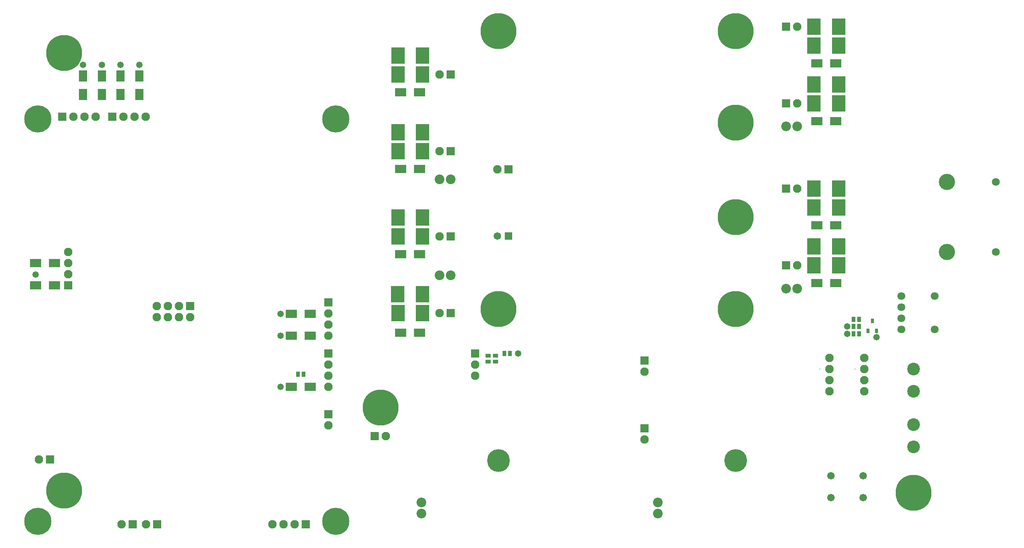
<source format=gts>
G04*
G04 #@! TF.GenerationSoftware,Altium Limited,Altium Designer,22.8.2 (66)*
G04*
G04 Layer_Color=8388736*
%FSLAX44Y44*%
%MOMM*%
G71*
G04*
G04 #@! TF.SameCoordinates,71C3AFDF-B8C1-413B-9B0B-563F97835029*
G04*
G04*
G04 #@! TF.FilePolarity,Negative*
G04*
G01*
G75*
%ADD20R,3.1532X3.8032*%
%ADD21R,2.6532X1.9532*%
%ADD22R,0.9032X1.1532*%
%ADD23R,1.9532X2.6532*%
%ADD24R,0.8032X1.1032*%
%ADD25R,1.1532X0.9032*%
%ADD26R,1.7032X1.7032*%
%ADD27C,1.7032*%
%ADD28R,1.9532X1.9532*%
%ADD29C,1.9532*%
%ADD30R,1.9532X1.9532*%
%ADD31C,0.2032*%
%ADD32C,8.2032*%
%ADD33C,2.2032*%
%ADD34C,5.2032*%
%ADD35C,3.7032*%
%ADD36C,1.8032*%
%ADD37C,2.9032*%
%ADD38C,6.2032*%
%ADD39C,1.4732*%
D20*
X917633Y1000160D02*
D03*
X974133D02*
D03*
X1924670Y827800D02*
D03*
X1868170D02*
D03*
Y870980D02*
D03*
X1924670D02*
D03*
X917633Y761980D02*
D03*
X974133D02*
D03*
X1924670Y1109160D02*
D03*
X1868170D02*
D03*
Y739160D02*
D03*
X1924670D02*
D03*
X1868170Y1065980D02*
D03*
X1924670D02*
D03*
X1868170Y695980D02*
D03*
X1924670D02*
D03*
X1868170Y1240980D02*
D03*
X1924670D02*
D03*
X1868170Y1197800D02*
D03*
X1924670D02*
D03*
X973553Y630160D02*
D03*
X917053D02*
D03*
X974133Y956980D02*
D03*
X917633D02*
D03*
X974133Y586980D02*
D03*
X917633D02*
D03*
X974133Y1175160D02*
D03*
X917633D02*
D03*
X974133Y805160D02*
D03*
X917633D02*
D03*
X974133Y1131980D02*
D03*
X917633D02*
D03*
D21*
X1917920Y1025320D02*
D03*
X1874920D02*
D03*
X924383Y1091320D02*
D03*
X967383D02*
D03*
X924383Y721320D02*
D03*
X967383D02*
D03*
X924383Y916320D02*
D03*
X967383D02*
D03*
X924383Y542290D02*
D03*
X967383D02*
D03*
X1917920Y1157140D02*
D03*
X1874920D02*
D03*
X1917920Y787140D02*
D03*
X1874920D02*
D03*
X1917920Y655320D02*
D03*
X1874920D02*
D03*
X717550Y534890D02*
D03*
X674550D02*
D03*
X90350Y700790D02*
D03*
X133350D02*
D03*
Y649990D02*
D03*
X90350D02*
D03*
X717550Y418690D02*
D03*
X674550D02*
D03*
X674550Y585470D02*
D03*
X717550D02*
D03*
D22*
X702460Y447040D02*
D03*
X689460D02*
D03*
X1971190Y556260D02*
D03*
X1958190D02*
D03*
X1173630Y494540D02*
D03*
X1160630D02*
D03*
X1958190Y572770D02*
D03*
X1971190D02*
D03*
X1971190Y539750D02*
D03*
X1958190D02*
D03*
D23*
X284193Y1128940D02*
D03*
Y1085940D02*
D03*
X327230Y1128940D02*
D03*
Y1085940D02*
D03*
X241157Y1128940D02*
D03*
Y1085940D02*
D03*
X198120Y1128940D02*
D03*
Y1085940D02*
D03*
D24*
X1992020Y546030D02*
D03*
X2011020D02*
D03*
X2001520Y569030D02*
D03*
D25*
X1140460Y476100D02*
D03*
Y489100D02*
D03*
X1123950Y476100D02*
D03*
Y489100D02*
D03*
D26*
X1170642Y763270D02*
D03*
D27*
X1145242D02*
D03*
X1907195Y215050D02*
D03*
Y165050D02*
D03*
X1980855Y215050D02*
D03*
Y165050D02*
D03*
D28*
X442710Y602840D02*
D03*
X865092Y305780D02*
D03*
X150700Y1035270D02*
D03*
X265000D02*
D03*
X707124Y104238D02*
D03*
X1170642Y915550D02*
D03*
X122670Y252320D02*
D03*
X367870Y104360D02*
D03*
X311990D02*
D03*
X1037931Y586980D02*
D03*
Y761980D02*
D03*
X1037931Y1131980D02*
D03*
Y956980D02*
D03*
X1804372Y1240980D02*
D03*
Y1065980D02*
D03*
Y695980D02*
D03*
Y870980D02*
D03*
D29*
X442710Y577440D02*
D03*
X417310Y602840D02*
D03*
Y577440D02*
D03*
X391910Y602840D02*
D03*
Y577440D02*
D03*
X366510Y602840D02*
D03*
Y577440D02*
D03*
X758940Y469490D02*
D03*
Y444090D02*
D03*
Y418690D02*
D03*
X1903240Y484215D02*
D03*
Y458815D02*
D03*
Y433415D02*
D03*
Y408015D02*
D03*
X890492Y305780D02*
D03*
X1094442Y469140D02*
D03*
Y443740D02*
D03*
X1983340Y458815D02*
D03*
Y433415D02*
D03*
Y484215D02*
D03*
Y408015D02*
D03*
X758940Y330420D02*
D03*
X164580Y726190D02*
D03*
Y700790D02*
D03*
Y675390D02*
D03*
X758940Y534890D02*
D03*
Y560290D02*
D03*
Y585690D02*
D03*
X226900Y1035270D02*
D03*
X201500D02*
D03*
X176100D02*
D03*
X341200D02*
D03*
X315800D02*
D03*
X290400D02*
D03*
X630924Y104238D02*
D03*
X656324D02*
D03*
X681724D02*
D03*
X1480924Y298160D02*
D03*
X1145242Y915550D02*
D03*
X97270Y252320D02*
D03*
X342470Y104360D02*
D03*
X286590D02*
D03*
X1480924Y453100D02*
D03*
X1012531Y586980D02*
D03*
Y761980D02*
D03*
X1012531Y1131980D02*
D03*
Y956980D02*
D03*
X1829772Y1240980D02*
D03*
Y1065980D02*
D03*
Y695980D02*
D03*
Y870980D02*
D03*
D30*
X758940Y494890D02*
D03*
X1094442Y494540D02*
D03*
X758940Y355820D02*
D03*
X164580Y649990D02*
D03*
X758940Y611090D02*
D03*
X1480924Y478500D02*
D03*
Y323560D02*
D03*
D31*
X1881640Y458815D02*
D03*
X1961740D02*
D03*
D32*
X155450Y1181480D02*
D03*
X155450Y181480D02*
D03*
X878542Y370550D02*
D03*
X2096152Y176480D02*
D03*
X1147365Y596480D02*
D03*
X1688960D02*
D03*
X1688960Y1231480D02*
D03*
X1147365D02*
D03*
X1688960Y1021630D02*
D03*
X1688960Y806330D02*
D03*
D33*
X1829772Y1013460D02*
D03*
X1804372D02*
D03*
X1037931Y673100D02*
D03*
X1012531D02*
D03*
X1511300Y154387D02*
D03*
Y128987D02*
D03*
X971550Y154387D02*
D03*
Y128987D02*
D03*
X1829772Y642620D02*
D03*
X1804372D02*
D03*
X1012531Y892810D02*
D03*
X1037931D02*
D03*
D34*
X1147374Y250000D02*
D03*
X1688968D02*
D03*
D35*
X2171700Y726340D02*
D03*
Y886340D02*
D03*
D36*
X2283460Y726338D02*
D03*
Y886338D02*
D03*
X2067560Y626110D02*
D03*
X2143760D02*
D03*
X2067560Y600710D02*
D03*
Y575310D02*
D03*
Y549910D02*
D03*
X2143760D02*
D03*
D37*
X2096152Y408015D02*
D03*
Y458815D02*
D03*
Y281015D02*
D03*
Y331815D02*
D03*
D38*
X775450Y1030830D02*
D03*
X95450D02*
D03*
X775450Y110830D02*
D03*
X95450D02*
D03*
D39*
X2011020Y531470D02*
D03*
X1944370Y556260D02*
D03*
Y539750D02*
D03*
X649830Y534890D02*
D03*
X327230Y1153660D02*
D03*
X284193D02*
D03*
X241157D02*
D03*
X198120D02*
D03*
X90350Y674710D02*
D03*
X649830Y585470D02*
D03*
X649830Y418690D02*
D03*
X1192020Y494540D02*
D03*
M02*

</source>
